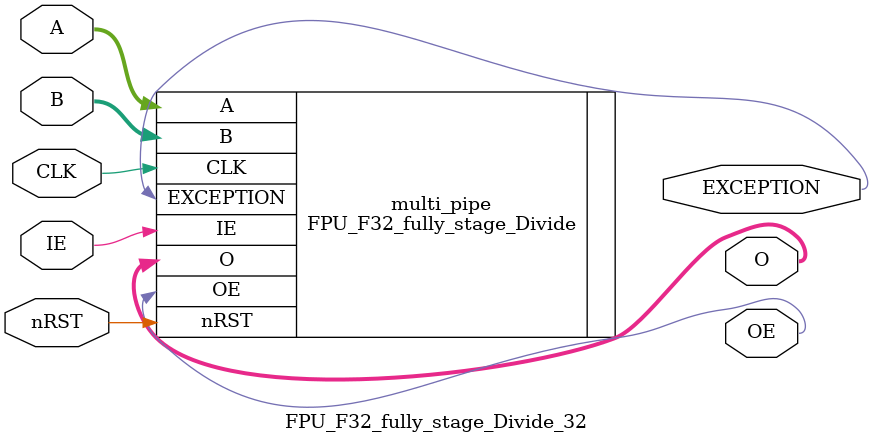
<source format=v>
`include "testdrive_system.vh"

module FPU_F32_fully_stage_Divide_32 (
		input					CLK,		// clock
		input					nRST,		// reset (active low)
		input					IE,			// input enable
		input	[31:0]			A,			// A
		input	[31:0]			B,			// B
		output					OE,			// output enable
		output					EXCEPTION,	// EXCEPTION
		output	[31:0]			O			// output
	);

	// definition & assignment ---------------------------------------------------

	// implementation ------------------------------------------------------------
	FPU_F32_fully_stage_Divide #(
		.CYCLE		(32)
	) multi_pipe (
		.CLK		(CLK),
		.nRST		(nRST),
		.IE			(IE),
		.A			(A),
		.B			(B),
		.OE			(OE),
		.EXCEPTION	(EXCEPTION),
		.O			(O)
	);

endmodule

</source>
